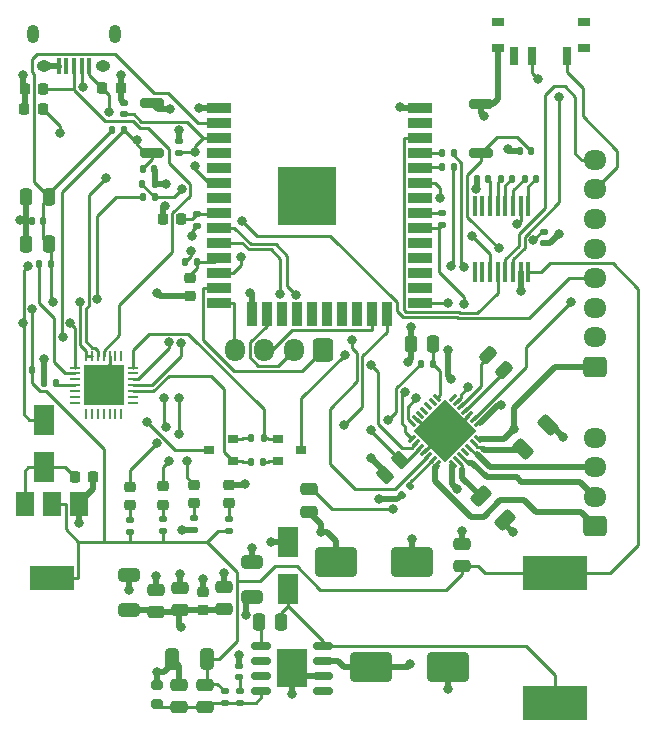
<source format=gbr>
%TF.GenerationSoftware,KiCad,Pcbnew,(6.0.7)*%
%TF.CreationDate,2022-10-26T22:39:22-05:00*%
%TF.ProjectId,SmartSpin2k,536d6172-7453-4706-996e-326b2e6b6963,2.35*%
%TF.SameCoordinates,Original*%
%TF.FileFunction,Copper,L1,Top*%
%TF.FilePolarity,Positive*%
%FSLAX46Y46*%
G04 Gerber Fmt 4.6, Leading zero omitted, Abs format (unit mm)*
G04 Created by KiCad (PCBNEW (6.0.7)) date 2022-10-26 22:39:22*
%MOMM*%
%LPD*%
G01*
G04 APERTURE LIST*
G04 Aperture macros list*
%AMRoundRect*
0 Rectangle with rounded corners*
0 $1 Rounding radius*
0 $2 $3 $4 $5 $6 $7 $8 $9 X,Y pos of 4 corners*
0 Add a 4 corners polygon primitive as box body*
4,1,4,$2,$3,$4,$5,$6,$7,$8,$9,$2,$3,0*
0 Add four circle primitives for the rounded corners*
1,1,$1+$1,$2,$3*
1,1,$1+$1,$4,$5*
1,1,$1+$1,$6,$7*
1,1,$1+$1,$8,$9*
0 Add four rect primitives between the rounded corners*
20,1,$1+$1,$2,$3,$4,$5,0*
20,1,$1+$1,$4,$5,$6,$7,0*
20,1,$1+$1,$6,$7,$8,$9,0*
20,1,$1+$1,$8,$9,$2,$3,0*%
%AMRotRect*
0 Rectangle, with rotation*
0 The origin of the aperture is its center*
0 $1 length*
0 $2 width*
0 $3 Rotation angle, in degrees counterclockwise*
0 Add horizontal line*
21,1,$1,$2,0,0,$3*%
G04 Aperture macros list end*
%TA.AperFunction,SMDPad,CuDef*%
%ADD10R,1.000000X0.800000*%
%TD*%
%TA.AperFunction,SMDPad,CuDef*%
%ADD11R,0.700000X1.500000*%
%TD*%
%TA.AperFunction,SMDPad,CuDef*%
%ADD12R,0.355600X1.676400*%
%TD*%
%TA.AperFunction,SMDPad,CuDef*%
%ADD13RoundRect,0.250000X-0.512652X-0.159099X-0.159099X-0.512652X0.512652X0.159099X0.159099X0.512652X0*%
%TD*%
%TA.AperFunction,SMDPad,CuDef*%
%ADD14RoundRect,0.135000X0.185000X-0.135000X0.185000X0.135000X-0.185000X0.135000X-0.185000X-0.135000X0*%
%TD*%
%TA.AperFunction,SMDPad,CuDef*%
%ADD15RoundRect,0.250000X-1.500000X-1.000000X1.500000X-1.000000X1.500000X1.000000X-1.500000X1.000000X0*%
%TD*%
%TA.AperFunction,SMDPad,CuDef*%
%ADD16RoundRect,0.218750X-0.256250X0.218750X-0.256250X-0.218750X0.256250X-0.218750X0.256250X0.218750X0*%
%TD*%
%TA.AperFunction,SMDPad,CuDef*%
%ADD17RoundRect,0.225000X0.225000X0.250000X-0.225000X0.250000X-0.225000X-0.250000X0.225000X-0.250000X0*%
%TD*%
%TA.AperFunction,SMDPad,CuDef*%
%ADD18R,1.500000X2.000000*%
%TD*%
%TA.AperFunction,SMDPad,CuDef*%
%ADD19R,3.800000X2.000000*%
%TD*%
%TA.AperFunction,SMDPad,CuDef*%
%ADD20RoundRect,0.250000X0.475000X-0.250000X0.475000X0.250000X-0.475000X0.250000X-0.475000X-0.250000X0*%
%TD*%
%TA.AperFunction,SMDPad,CuDef*%
%ADD21RoundRect,0.150000X-0.662500X-0.150000X0.662500X-0.150000X0.662500X0.150000X-0.662500X0.150000X0*%
%TD*%
%TA.AperFunction,SMDPad,CuDef*%
%ADD22R,2.514000X3.200000*%
%TD*%
%TA.AperFunction,SMDPad,CuDef*%
%ADD23RoundRect,0.200000X-0.800000X0.200000X-0.800000X-0.200000X0.800000X-0.200000X0.800000X0.200000X0*%
%TD*%
%TA.AperFunction,SMDPad,CuDef*%
%ADD24RoundRect,0.218750X0.218750X0.256250X-0.218750X0.256250X-0.218750X-0.256250X0.218750X-0.256250X0*%
%TD*%
%TA.AperFunction,SMDPad,CuDef*%
%ADD25RoundRect,0.140000X0.170000X-0.140000X0.170000X0.140000X-0.170000X0.140000X-0.170000X-0.140000X0*%
%TD*%
%TA.AperFunction,SMDPad,CuDef*%
%ADD26RoundRect,0.218750X-0.218750X-0.256250X0.218750X-0.256250X0.218750X0.256250X-0.218750X0.256250X0*%
%TD*%
%TA.AperFunction,SMDPad,CuDef*%
%ADD27R,0.900000X0.800000*%
%TD*%
%TA.AperFunction,SMDPad,CuDef*%
%ADD28RoundRect,0.250000X0.650000X-0.325000X0.650000X0.325000X-0.650000X0.325000X-0.650000X-0.325000X0*%
%TD*%
%TA.AperFunction,SMDPad,CuDef*%
%ADD29RoundRect,0.135000X-0.135000X-0.185000X0.135000X-0.185000X0.135000X0.185000X-0.135000X0.185000X0*%
%TD*%
%TA.AperFunction,SMDPad,CuDef*%
%ADD30RoundRect,0.140000X-0.140000X-0.170000X0.140000X-0.170000X0.140000X0.170000X-0.140000X0.170000X0*%
%TD*%
%TA.AperFunction,SMDPad,CuDef*%
%ADD31RoundRect,0.250000X-0.132583X0.503814X-0.503814X0.132583X0.132583X-0.503814X0.503814X-0.132583X0*%
%TD*%
%TA.AperFunction,SMDPad,CuDef*%
%ADD32RoundRect,0.062500X0.185616X0.274004X-0.274004X-0.185616X-0.185616X-0.274004X0.274004X0.185616X0*%
%TD*%
%TA.AperFunction,SMDPad,CuDef*%
%ADD33RoundRect,0.062500X-0.185616X0.274004X-0.274004X0.185616X0.185616X-0.274004X0.274004X-0.185616X0*%
%TD*%
%TA.AperFunction,SMDPad,CuDef*%
%ADD34RotRect,3.750000X3.750000X225.000000*%
%TD*%
%TA.AperFunction,SMDPad,CuDef*%
%ADD35RoundRect,0.250000X-0.250000X-0.475000X0.250000X-0.475000X0.250000X0.475000X-0.250000X0.475000X0*%
%TD*%
%TA.AperFunction,SMDPad,CuDef*%
%ADD36RoundRect,0.140000X-0.170000X0.140000X-0.170000X-0.140000X0.170000X-0.140000X0.170000X0.140000X0*%
%TD*%
%TA.AperFunction,SMDPad,CuDef*%
%ADD37RoundRect,0.218750X0.256250X-0.218750X0.256250X0.218750X-0.256250X0.218750X-0.256250X-0.218750X0*%
%TD*%
%TA.AperFunction,SMDPad,CuDef*%
%ADD38RoundRect,0.135000X0.035355X-0.226274X0.226274X-0.035355X-0.035355X0.226274X-0.226274X0.035355X0*%
%TD*%
%TA.AperFunction,SMDPad,CuDef*%
%ADD39R,0.400000X1.350000*%
%TD*%
%TA.AperFunction,ComponentPad*%
%ADD40O,1.250000X0.950000*%
%TD*%
%TA.AperFunction,ComponentPad*%
%ADD41O,1.000000X1.550000*%
%TD*%
%TA.AperFunction,SMDPad,CuDef*%
%ADD42RoundRect,0.200000X0.275000X-0.200000X0.275000X0.200000X-0.275000X0.200000X-0.275000X-0.200000X0*%
%TD*%
%TA.AperFunction,SMDPad,CuDef*%
%ADD43RoundRect,0.250000X0.250000X0.475000X-0.250000X0.475000X-0.250000X-0.475000X0.250000X-0.475000X0*%
%TD*%
%TA.AperFunction,SMDPad,CuDef*%
%ADD44RoundRect,0.135000X0.135000X0.185000X-0.135000X0.185000X-0.135000X-0.185000X0.135000X-0.185000X0*%
%TD*%
%TA.AperFunction,SMDPad,CuDef*%
%ADD45RoundRect,0.135000X-0.185000X0.135000X-0.185000X-0.135000X0.185000X-0.135000X0.185000X0.135000X0*%
%TD*%
%TA.AperFunction,SMDPad,CuDef*%
%ADD46R,5.000000X5.000000*%
%TD*%
%TA.AperFunction,SMDPad,CuDef*%
%ADD47R,2.000000X0.900000*%
%TD*%
%TA.AperFunction,SMDPad,CuDef*%
%ADD48R,0.900000X2.000000*%
%TD*%
%TA.AperFunction,SMDPad,CuDef*%
%ADD49RoundRect,0.140000X0.140000X0.170000X-0.140000X0.170000X-0.140000X-0.170000X0.140000X-0.170000X0*%
%TD*%
%TA.AperFunction,SMDPad,CuDef*%
%ADD50R,1.800000X2.500000*%
%TD*%
%TA.AperFunction,SMDPad,CuDef*%
%ADD51RoundRect,0.225000X0.250000X-0.225000X0.250000X0.225000X-0.250000X0.225000X-0.250000X-0.225000X0*%
%TD*%
%TA.AperFunction,SMDPad,CuDef*%
%ADD52RoundRect,0.250000X0.325000X0.650000X-0.325000X0.650000X-0.325000X-0.650000X0.325000X-0.650000X0*%
%TD*%
%TA.AperFunction,SMDPad,CuDef*%
%ADD53RoundRect,0.250000X0.662913X0.220971X0.220971X0.662913X-0.662913X-0.220971X-0.220971X-0.662913X0*%
%TD*%
%TA.AperFunction,SMDPad,CuDef*%
%ADD54RoundRect,0.225000X-0.250000X0.225000X-0.250000X-0.225000X0.250000X-0.225000X0.250000X0.225000X0*%
%TD*%
%TA.AperFunction,SMDPad,CuDef*%
%ADD55RoundRect,0.062500X-0.062500X0.337500X-0.062500X-0.337500X0.062500X-0.337500X0.062500X0.337500X0*%
%TD*%
%TA.AperFunction,SMDPad,CuDef*%
%ADD56RoundRect,0.062500X-0.337500X0.062500X-0.337500X-0.062500X0.337500X-0.062500X0.337500X0.062500X0*%
%TD*%
%TA.AperFunction,SMDPad,CuDef*%
%ADD57R,3.350000X3.350000*%
%TD*%
%TA.AperFunction,SMDPad,CuDef*%
%ADD58RoundRect,0.200000X0.800000X-0.200000X0.800000X0.200000X-0.800000X0.200000X-0.800000X-0.200000X0*%
%TD*%
%TA.AperFunction,SMDPad,CuDef*%
%ADD59R,5.400000X2.900000*%
%TD*%
%TA.AperFunction,SMDPad,CuDef*%
%ADD60RoundRect,0.250000X-0.220971X0.662913X-0.662913X0.220971X0.220971X-0.662913X0.662913X-0.220971X0*%
%TD*%
%TA.AperFunction,ComponentPad*%
%ADD61RoundRect,0.250000X0.725000X-0.600000X0.725000X0.600000X-0.725000X0.600000X-0.725000X-0.600000X0*%
%TD*%
%TA.AperFunction,ComponentPad*%
%ADD62O,1.950000X1.700000*%
%TD*%
%TA.AperFunction,ComponentPad*%
%ADD63RoundRect,0.250000X0.600000X0.725000X-0.600000X0.725000X-0.600000X-0.725000X0.600000X-0.725000X0*%
%TD*%
%TA.AperFunction,ComponentPad*%
%ADD64O,1.700000X1.950000*%
%TD*%
%TA.AperFunction,ViaPad*%
%ADD65C,0.800000*%
%TD*%
%TA.AperFunction,Conductor*%
%ADD66C,0.500000*%
%TD*%
%TA.AperFunction,Conductor*%
%ADD67C,0.250000*%
%TD*%
%TA.AperFunction,Conductor*%
%ADD68C,0.250200*%
%TD*%
%TA.AperFunction,Conductor*%
%ADD69C,0.399800*%
%TD*%
G04 APERTURE END LIST*
D10*
%TO.P,S1,*%
%TO.N,*%
X43559000Y57291000D03*
X50859000Y59501000D03*
X43559000Y59501000D03*
X50859000Y57291000D03*
D11*
%TO.P,S1,1*%
%TO.N,/RS232OUT1*%
X49459000Y56641000D03*
%TO.P,S1,2*%
%TO.N,Net-(S1-Pad2)*%
X46459000Y56641000D03*
%TO.P,S1,3*%
%TO.N,unconnected-(S1-Pad3)*%
X44959000Y56641000D03*
%TD*%
D12*
%TO.P,U3,1,C1+*%
%TO.N,Net-(C17-Pad2)*%
X46172499Y43963700D03*
%TO.P,U3,2,VS+*%
%TO.N,Net-(C21-Pad1)*%
X45522501Y43963700D03*
%TO.P,U3,3,C1-*%
%TO.N,Net-(C17-Pad1)*%
X44872499Y43963700D03*
%TO.P,U3,4,C2+*%
%TO.N,Net-(C20-Pad2)*%
X44222501Y43963700D03*
%TO.P,U3,5,C2-*%
%TO.N,Net-(C20-Pad1)*%
X43572502Y43963700D03*
%TO.P,U3,6,VS-*%
%TO.N,Net-(C22-Pad1)*%
X42922501Y43963700D03*
%TO.P,U3,7,T2OUT*%
%TO.N,unconnected-(U3-Pad7)*%
X42272502Y43963700D03*
%TO.P,U3,8,R2IN*%
%TO.N,unconnected-(U3-Pad8)*%
X41622501Y43963700D03*
%TO.P,U3,9,R2OUT*%
%TO.N,unconnected-(U3-Pad9)*%
X41622501Y38324900D03*
%TO.P,U3,10,T2IN*%
%TO.N,unconnected-(U3-Pad10)*%
X42272499Y38324900D03*
%TO.P,U3,11,T1IN*%
%TO.N,/T1IN*%
X42922501Y38324900D03*
%TO.P,U3,12,R1OUT*%
%TO.N,/R1OUT*%
X43572499Y38324900D03*
%TO.P,U3,13,R1IN*%
%TO.N,/RS232IN1*%
X44222498Y38324900D03*
%TO.P,U3,14,T1OUT*%
%TO.N,Net-(S1-Pad2)*%
X44872499Y38324900D03*
%TO.P,U3,15,GND*%
%TO.N,GND*%
X45522498Y38324900D03*
%TO.P,U3,16,VCC*%
%TO.N,/3V3*%
X46172499Y38324900D03*
%TD*%
D13*
%TO.P,C6,1*%
%TO.N,Net-(C6-Pad1)*%
X42778049Y31379351D03*
%TO.P,C6,2*%
%TO.N,Net-(C6-Pad2)*%
X44121551Y30035849D03*
%TD*%
D14*
%TO.P,R6,1*%
%TO.N,/TMCUART1*%
X38820000Y42310000D03*
%TO.P,R6,2*%
%TO.N,/TMCUART2*%
X38820000Y43330000D03*
%TD*%
D15*
%TO.P,C7,1*%
%TO.N,/VDC*%
X29842500Y13840000D03*
%TO.P,C7,2*%
%TO.N,GND*%
X36342500Y13840000D03*
%TD*%
D16*
%TO.P,D3,1,K*%
%TO.N,/ShiftUp*%
X12411000Y20192100D03*
%TO.P,D3,2,A*%
%TO.N,Net-(D3-Pad2)*%
X12411000Y18617100D03*
%TD*%
D14*
%TO.P,R19,1*%
%TO.N,Net-(C26-Pad1)*%
X21725000Y1911300D03*
%TO.P,R19,2*%
%TO.N,Net-(C29-Pad1)*%
X21725000Y2931300D03*
%TD*%
D17*
%TO.P,C32,1*%
%TO.N,GND*%
X9325000Y21020000D03*
%TO.P,C32,2*%
%TO.N,/REG_5V*%
X7775000Y21020000D03*
%TD*%
D18*
%TO.P,U6,1,GND*%
%TO.N,GND*%
X8130000Y18760000D03*
D19*
%TO.P,U6,2,VO*%
%TO.N,/3V3*%
X5830000Y12460000D03*
D18*
X5830000Y18760000D03*
%TO.P,U6,3,VI*%
%TO.N,/REG_5V*%
X3530000Y18760000D03*
%TD*%
D20*
%TO.P,C1,1*%
%TO.N,/VDC*%
X20430000Y9810000D03*
%TO.P,C1,2*%
%TO.N,GND*%
X20430000Y11710000D03*
%TD*%
D21*
%TO.P,U4,1,BOOT*%
%TO.N,Net-(C28-Pad1)*%
X23499500Y6726900D03*
%TO.P,U4,2,NC*%
%TO.N,unconnected-(U4-Pad2)*%
X23499500Y5456900D03*
%TO.P,U4,3,NC*%
%TO.N,unconnected-(U4-Pad3)*%
X23499500Y4186900D03*
%TO.P,U4,4,VSENSE*%
%TO.N,Net-(C26-Pad1)*%
X23499500Y2916900D03*
%TO.P,U4,5,EN*%
%TO.N,unconnected-(U4-Pad5)*%
X28774500Y2916900D03*
%TO.P,U4,6,GND*%
%TO.N,GND*%
X28774500Y4186900D03*
%TO.P,U4,7,VIN*%
%TO.N,/VDC*%
X28774500Y5456900D03*
%TO.P,U4,8,PH*%
%TO.N,Net-(C28-Pad2)*%
X28774500Y6726900D03*
D22*
%TO.P,U4,9,GNDPAD*%
%TO.N,GND*%
X26137000Y4821900D03*
%TD*%
D23*
%TO.P,SW2,1,1*%
%TO.N,GND*%
X14266000Y52667800D03*
%TO.P,SW2,2,2*%
%TO.N,/EN*%
X14266000Y48467800D03*
%TD*%
D24*
%TO.P,D5,1,A1*%
%TO.N,/D-*%
X5070500Y52170600D03*
%TO.P,D5,2,A2*%
%TO.N,GND*%
X3495500Y52170600D03*
%TD*%
D25*
%TO.P,C2,1*%
%TO.N,/EN*%
X16576600Y48464800D03*
%TO.P,C2,2*%
%TO.N,GND*%
X16576600Y49424800D03*
%TD*%
D26*
%TO.P,D4,1,A1*%
%TO.N,/VBUS*%
X10074100Y53948600D03*
%TO.P,D4,2,A2*%
%TO.N,GND*%
X11649100Y53948600D03*
%TD*%
D27*
%TO.P,Q2,1,E*%
%TO.N,/RTS*%
X21149200Y22365800D03*
%TO.P,Q2,2,B*%
%TO.N,Net-(Q2-Pad2)*%
X21149200Y24265800D03*
%TO.P,Q2,3,C*%
%TO.N,/EN*%
X19149200Y23315800D03*
%TD*%
D28*
%TO.P,C18,1*%
%TO.N,/VDC*%
X22750000Y10885000D03*
%TO.P,C18,2*%
%TO.N,GND*%
X22750000Y13835000D03*
%TD*%
%TO.P,C3,1*%
%TO.N,/VDC*%
X12330000Y9745000D03*
%TO.P,C3,2*%
%TO.N,GND*%
X12330000Y12695000D03*
%TD*%
D29*
%TO.P,R3,1*%
%TO.N,/3V3*%
X10890000Y50420000D03*
%TO.P,R3,2*%
%TO.N,/EN*%
X11910000Y50420000D03*
%TD*%
D30*
%TO.P,C20,1*%
%TO.N,Net-(C20-Pad1)*%
X43820000Y46268300D03*
%TO.P,C20,2*%
%TO.N,Net-(C20-Pad2)*%
X44780000Y46268300D03*
%TD*%
D29*
%TO.P,R4,1*%
%TO.N,Net-(R4-Pad1)*%
X38830000Y48470000D03*
%TO.P,R4,2*%
%TO.N,/TXD0*%
X39850000Y48470000D03*
%TD*%
D31*
%TO.P,R17,1*%
%TO.N,Net-(R17-Pad1)*%
X35306635Y22462835D03*
%TO.P,R17,2*%
%TO.N,GND*%
X34016165Y21172365D03*
%TD*%
D32*
%TO.P,U2,1,OB2*%
%TO.N,/B2*%
X41882911Y25571590D03*
%TO.P,U2,2,ENN*%
%TO.N,/DriverEN*%
X41529357Y25925144D03*
%TO.P,U2,3,GND*%
%TO.N,GND*%
X41175804Y26278697D03*
%TO.P,U2,4,CPO*%
%TO.N,Net-(C6-Pad2)*%
X40822250Y26632250D03*
%TO.P,U2,5,CPI*%
%TO.N,Net-(C6-Pad1)*%
X40468697Y26985804D03*
%TO.P,U2,6,VCP*%
%TO.N,Net-(C14-Pad2)*%
X40115144Y27339357D03*
%TO.P,U2,7,SPREAD*%
%TO.N,unconnected-(U2-Pad7)*%
X39761590Y27692911D03*
D33*
%TO.P,U2,8,5VOUT*%
%TO.N,/5V*%
X38400410Y27692911D03*
%TO.P,U2,9,MS1_AD0*%
%TO.N,unconnected-(U2-Pad9)*%
X38046856Y27339357D03*
%TO.P,U2,10,MS2_AD1*%
%TO.N,unconnected-(U2-Pad10)*%
X37693303Y26985804D03*
%TO.P,U2,11,DIAG*%
%TO.N,unconnected-(U2-Pad11)*%
X37339750Y26632250D03*
%TO.P,U2,12,INDEX*%
%TO.N,unconnected-(U2-Pad12)*%
X36986196Y26278697D03*
%TO.P,U2,13,CLK*%
%TO.N,GND*%
X36632643Y25925144D03*
%TO.P,U2,14,PDN_UART*%
%TO.N,/TMCUART1*%
X36279089Y25571590D03*
D32*
%TO.P,U2,15,VCC_IO*%
%TO.N,/3V3*%
X36279089Y24210410D03*
%TO.P,U2,16,STEP*%
%TO.N,/DriverSTEP*%
X36632643Y23856856D03*
%TO.P,U2,17,VREF*%
%TO.N,Net-(R17-Pad1)*%
X36986196Y23503303D03*
%TO.P,U2,18,GND*%
%TO.N,GND*%
X37339750Y23149750D03*
%TO.P,U2,19,DIR*%
%TO.N,/DriverDIR*%
X37693303Y22796196D03*
%TO.P,U2,20,STDBY*%
%TO.N,Net-(R14-Pad2)*%
X38046856Y22442643D03*
%TO.P,U2,21,OA2*%
%TO.N,/A2*%
X38400410Y22089089D03*
D33*
%TO.P,U2,22,VS*%
%TO.N,/VDC*%
X39761590Y22089089D03*
%TO.P,U2,23,BRA*%
%TO.N,/BRA*%
X40115144Y22442643D03*
%TO.P,U2,24,OA1*%
%TO.N,/A1*%
X40468697Y22796196D03*
%TO.P,U2,25,NC*%
%TO.N,unconnected-(U2-Pad25)*%
X40822250Y23149750D03*
%TO.P,U2,26,OB1*%
%TO.N,/B1*%
X41175804Y23503303D03*
%TO.P,U2,27,BRB*%
%TO.N,/BRB*%
X41529357Y23856856D03*
%TO.P,U2,28,VS*%
%TO.N,/VDC*%
X41882911Y24210410D03*
D34*
%TO.P,U2,29,EPAD*%
%TO.N,GND*%
X39081000Y24891000D03*
%TD*%
D35*
%TO.P,C28,1*%
%TO.N,Net-(C28-Pad1)*%
X23350000Y8710000D03*
%TO.P,C28,2*%
%TO.N,Net-(C28-Pad2)*%
X25250000Y8710000D03*
%TD*%
D15*
%TO.P,C19,1*%
%TO.N,/VDC*%
X32877500Y4945000D03*
%TO.P,C19,2*%
%TO.N,GND*%
X39377500Y4945000D03*
%TD*%
D24*
%TO.P,D6,1,A1*%
%TO.N,/D+*%
X5095900Y53897800D03*
%TO.P,D6,2,A2*%
%TO.N,GND*%
X3520900Y53897800D03*
%TD*%
D20*
%TO.P,C14,1*%
%TO.N,/VDC*%
X27549400Y18073600D03*
%TO.P,C14,2*%
%TO.N,Net-(C14-Pad2)*%
X27549400Y19973600D03*
%TD*%
D30*
%TO.P,C17,1*%
%TO.N,Net-(C17-Pad1)*%
X45840000Y46268300D03*
%TO.P,C17,2*%
%TO.N,Net-(C17-Pad2)*%
X46800000Y46268300D03*
%TD*%
D29*
%TO.P,R1,1*%
%TO.N,/3V3*%
X13500000Y44706000D03*
%TO.P,R1,2*%
%TO.N,Net-(R1-Pad2)*%
X14520000Y44706000D03*
%TD*%
D20*
%TO.P,C12,1*%
%TO.N,/3V3*%
X40503400Y13476200D03*
%TO.P,C12,2*%
%TO.N,GND*%
X40503400Y15376200D03*
%TD*%
D30*
%TO.P,C23,1*%
%TO.N,/3V3*%
X4150000Y30030000D03*
%TO.P,C23,2*%
%TO.N,GND*%
X5110000Y30030000D03*
%TD*%
D36*
%TO.P,C21,1*%
%TO.N,Net-(C21-Pad1)*%
X47507500Y41794300D03*
%TO.P,C21,2*%
%TO.N,GND*%
X47507500Y40834300D03*
%TD*%
D37*
%TO.P,D1,1,K*%
%TO.N,Net-(D1-Pad1)*%
X17872000Y18769500D03*
%TO.P,D1,2,A*%
%TO.N,Net-(D1-Pad2)*%
X17872000Y20344500D03*
%TD*%
D38*
%TO.P,R14,1*%
%TO.N,GND*%
X35443776Y19526576D03*
%TO.P,R14,2*%
%TO.N,Net-(R14-Pad2)*%
X36165024Y20247824D03*
%TD*%
D39*
%TO.P,J4,1*%
%TO.N,/VBUS*%
X8986600Y55790000D03*
%TO.P,J4,2*%
%TO.N,/D-*%
X8336600Y55790000D03*
%TO.P,J4,3*%
%TO.N,/D+*%
X7686600Y55790000D03*
%TO.P,J4,4*%
%TO.N,unconnected-(J4-Pad4)*%
X7036600Y55790000D03*
%TO.P,J4,5*%
%TO.N,GND*%
X6386600Y55790000D03*
D40*
%TO.P,J4,SH*%
X10186600Y55790000D03*
X5186600Y55790000D03*
D41*
X11186600Y58490000D03*
X4186600Y58490000D03*
%TD*%
D14*
%TO.P,R9,1*%
%TO.N,GND*%
X17872000Y16507000D03*
%TO.P,R9,2*%
%TO.N,Net-(D1-Pad1)*%
X17872000Y17527000D03*
%TD*%
D29*
%TO.P,R23,1*%
%TO.N,GND*%
X5130000Y28940000D03*
%TO.P,R23,2*%
%TO.N,Net-(R23-Pad2)*%
X6150000Y28940000D03*
%TD*%
D42*
%TO.P,R20,1*%
%TO.N,Net-(C26-Pad1)*%
X14710000Y1785000D03*
%TO.P,R20,2*%
%TO.N,GND*%
X14710000Y3435000D03*
%TD*%
D43*
%TO.P,C8,1*%
%TO.N,/5V*%
X38100600Y32257000D03*
%TO.P,C8,2*%
%TO.N,GND*%
X36200600Y32257000D03*
%TD*%
D20*
%TO.P,C5,1*%
%TO.N,/VDC*%
X16696200Y9733800D03*
%TO.P,C5,2*%
%TO.N,GND*%
X16696200Y11633800D03*
%TD*%
D14*
%TO.P,R22,1*%
%TO.N,Net-(C26-Pad1)*%
X20440000Y1870000D03*
%TO.P,R22,2*%
%TO.N,/3V3*%
X20440000Y2890000D03*
%TD*%
D44*
%TO.P,R21,1*%
%TO.N,/3V3*%
X5730000Y39060000D03*
%TO.P,R21,2*%
%TO.N,Net-(R21-Pad2)*%
X4710000Y39060000D03*
%TD*%
D45*
%TO.P,R12,1*%
%TO.N,Net-(D2-Pad2)*%
X15205000Y17425400D03*
%TO.P,R12,2*%
%TO.N,/3V3*%
X15205000Y16405400D03*
%TD*%
D25*
%TO.P,C15,1*%
%TO.N,/EN*%
X11918700Y51720400D03*
%TO.P,C15,2*%
%TO.N,GND*%
X11918700Y52680400D03*
%TD*%
%TO.P,C29,1*%
%TO.N,Net-(C29-Pad1)*%
X21670000Y4090000D03*
%TO.P,C29,2*%
%TO.N,GND*%
X21670000Y5050000D03*
%TD*%
D46*
%TO.P,U1,39,GND*%
%TO.N,GND*%
X27448000Y44784000D03*
D47*
%TO.P,U1,38,GND*%
X36948000Y52284000D03*
%TO.P,U1,37,IO23*%
%TO.N,unconnected-(U1-Pad37)*%
X36948000Y51014000D03*
%TO.P,U1,36,IO22*%
%TO.N,/R1OUT*%
X36948000Y49744000D03*
%TO.P,U1,35,TXD0*%
%TO.N,Net-(R4-Pad1)*%
X36948000Y48474000D03*
%TO.P,U1,34,RXD0*%
%TO.N,Net-(R5-Pad1)*%
X36948000Y47204000D03*
%TO.P,U1,33,IO21*%
%TO.N,/T1IN*%
X36948000Y45934000D03*
%TO.P,U1,32,NC*%
%TO.N,unconnected-(U1-Pad32)*%
X36948000Y44664000D03*
%TO.P,U1,31,IO19*%
%TO.N,/TMCUART2*%
X36948000Y43394000D03*
%TO.P,U1,30,IO18*%
%TO.N,/TMCUART1*%
X36948000Y42124000D03*
%TO.P,U1,29,IO5*%
%TO.N,unconnected-(U1-Pad29)*%
X36948000Y40854000D03*
%TO.P,U1,28,IO17*%
%TO.N,unconnected-(U1-Pad28)*%
X36948000Y39584000D03*
%TO.P,U1,27,IO16*%
%TO.N,unconnected-(U1-Pad27)*%
X36948000Y38314000D03*
%TO.P,U1,26,IO4*%
%TO.N,unconnected-(U1-Pad26)*%
X36948000Y37044000D03*
%TO.P,U1,25,IO0*%
%TO.N,/IO0_BOOT*%
X36948000Y35774000D03*
D48*
%TO.P,U1,24,IO2*%
%TO.N,Net-(D1-Pad2)*%
X34163000Y34774000D03*
%TO.P,U1,23,IO15*%
%TO.N,Net-(J2-Pad3)*%
X32893000Y34774000D03*
%TO.P,U1,22,SDI/SD1*%
%TO.N,unconnected-(U1-Pad22)*%
X31623000Y34774000D03*
%TO.P,U1,21,SDO/SD0*%
%TO.N,unconnected-(U1-Pad21)*%
X30353000Y34774000D03*
%TO.P,U1,20,SCK/CLK*%
%TO.N,unconnected-(U1-Pad20)*%
X29083000Y34774000D03*
%TO.P,U1,19,SCS/CMD*%
%TO.N,unconnected-(U1-Pad19)*%
X27813000Y34774000D03*
%TO.P,U1,18,SWP/SD3*%
%TO.N,unconnected-(U1-Pad18)*%
X26543000Y34774000D03*
%TO.P,U1,17,SHD/SD2*%
%TO.N,unconnected-(U1-Pad17)*%
X25273000Y34774000D03*
%TO.P,U1,16,IO13*%
%TO.N,Net-(J2-Pad2)*%
X24003000Y34774000D03*
%TO.P,U1,15,GND*%
%TO.N,GND*%
X22733000Y34774000D03*
D47*
%TO.P,U1,14,IO12*%
%TO.N,Net-(J2-Pad4)*%
X19948000Y35774000D03*
%TO.P,U1,13,IO14*%
%TO.N,Net-(J2-Pad1)*%
X19948000Y37044000D03*
%TO.P,U1,12,IO27*%
%TO.N,/DriverEN*%
X19948000Y38314000D03*
%TO.P,U1,11,IO26*%
%TO.N,Net-(C10-Pad1)*%
X19948000Y39584000D03*
%TO.P,U1,10,IO25*%
%TO.N,/DriverSTEP*%
X19948000Y40854000D03*
%TO.P,U1,9,IO33*%
%TO.N,/DriverDIR*%
X19948000Y42124000D03*
%TO.P,U1,8,IO32*%
%TO.N,Net-(C11-Pad1)*%
X19948000Y43394000D03*
%TO.P,U1,7,IO35*%
%TO.N,unconnected-(U1-Pad7)*%
X19948000Y44664000D03*
%TO.P,U1,6,IO34*%
%TO.N,Net-(R1-Pad2)*%
X19948000Y45934000D03*
%TO.P,U1,5,SENSOR_VN*%
%TO.N,unconnected-(U1-Pad5)*%
X19948000Y47204000D03*
%TO.P,U1,4,SENSOR_VP*%
%TO.N,unconnected-(U1-Pad4)*%
X19948000Y48474000D03*
%TO.P,U1,3,EN*%
%TO.N,/EN*%
X19948000Y49744000D03*
%TO.P,U1,2,3V3*%
%TO.N,/3V3*%
X19948000Y51014000D03*
%TO.P,U1,1,GND*%
%TO.N,GND*%
X19948000Y52284000D03*
%TD*%
D14*
%TO.P,R13,1*%
%TO.N,/3V3*%
X12411000Y16380000D03*
%TO.P,R13,2*%
%TO.N,Net-(D3-Pad2)*%
X12411000Y17400000D03*
%TD*%
D49*
%TO.P,C27,1*%
%TO.N,/3V3*%
X5080000Y42710000D03*
%TO.P,C27,2*%
%TO.N,GND*%
X4120000Y42710000D03*
%TD*%
D50*
%TO.P,D7,1,K*%
%TO.N,/REG_5V*%
X5146600Y21824200D03*
%TO.P,D7,2,A*%
%TO.N,/VBUS*%
X5146600Y25824200D03*
%TD*%
D16*
%TO.P,D2,1,K*%
%TO.N,/ShiftDown*%
X15205000Y20217500D03*
%TO.P,D2,2,A*%
%TO.N,Net-(D2-Pad2)*%
X15205000Y18642500D03*
%TD*%
D50*
%TO.P,D8,1,K*%
%TO.N,Net-(C28-Pad2)*%
X25830000Y11540000D03*
%TO.P,D8,2,A*%
%TO.N,GND*%
X25830000Y15540000D03*
%TD*%
D49*
%TO.P,C22,1*%
%TO.N,Net-(C22-Pad1)*%
X42761000Y46204300D03*
%TO.P,C22,2*%
%TO.N,GND*%
X41801000Y46204300D03*
%TD*%
D29*
%TO.P,R5,1*%
%TO.N,Net-(R5-Pad1)*%
X38830000Y47270000D03*
%TO.P,R5,2*%
%TO.N,/RXD0*%
X39850000Y47270000D03*
%TD*%
D27*
%TO.P,Q1,1,E*%
%TO.N,/DTR*%
X24949200Y24240800D03*
%TO.P,Q1,2,B*%
%TO.N,Net-(Q1-Pad2)*%
X24949200Y22340800D03*
%TO.P,Q1,3,C*%
%TO.N,/IO0_BOOT*%
X26949200Y23290800D03*
%TD*%
D51*
%TO.P,C9,1*%
%TO.N,/VDC*%
X18601200Y9731000D03*
%TO.P,C9,2*%
%TO.N,GND*%
X18601200Y11281000D03*
%TD*%
D16*
%TO.P,D9,1,K*%
%TO.N,GND*%
X20793000Y20344500D03*
%TO.P,D9,2,A*%
%TO.N,Net-(D9-Pad2)*%
X20793000Y18769500D03*
%TD*%
D17*
%TO.P,C11,1*%
%TO.N,Net-(C11-Pad1)*%
X16792800Y42848800D03*
%TO.P,C11,2*%
%TO.N,GND*%
X15242800Y42848800D03*
%TD*%
D20*
%TO.P,C4,1*%
%TO.N,/VDC*%
X14613400Y9581400D03*
%TO.P,C4,2*%
%TO.N,GND*%
X14613400Y11481400D03*
%TD*%
D44*
%TO.P,R18,1*%
%TO.N,/5V*%
X38060400Y30600000D03*
%TO.P,R18,2*%
%TO.N,Net-(R17-Pad1)*%
X37040400Y30600000D03*
%TD*%
D30*
%TO.P,C16,1*%
%TO.N,/EN*%
X13505800Y47065200D03*
%TO.P,C16,2*%
%TO.N,GND*%
X14465800Y47065200D03*
%TD*%
D44*
%TO.P,R11,1*%
%TO.N,Net-(C10-Pad1)*%
X18128000Y39216600D03*
%TO.P,R11,2*%
%TO.N,/ShiftDown*%
X17108000Y39216600D03*
%TD*%
D52*
%TO.P,C30,1*%
%TO.N,/3V3*%
X18935000Y5610000D03*
%TO.P,C30,2*%
%TO.N,GND*%
X15985000Y5610000D03*
%TD*%
D20*
%TO.P,C31,1*%
%TO.N,Net-(C26-Pad1)*%
X18760000Y1520000D03*
%TO.P,C31,2*%
%TO.N,/3V3*%
X18760000Y3420000D03*
%TD*%
D53*
%TO.P,R16,1*%
%TO.N,GND*%
X44179144Y17329056D03*
%TO.P,R16,2*%
%TO.N,/BRA*%
X42110856Y19397344D03*
%TD*%
D43*
%TO.P,C25,1*%
%TO.N,/3V3*%
X5550000Y44710000D03*
%TO.P,C25,2*%
%TO.N,GND*%
X3650000Y44710000D03*
%TD*%
D54*
%TO.P,C10,1*%
%TO.N,Net-(C10-Pad1)*%
X17491000Y37858000D03*
%TO.P,C10,2*%
%TO.N,GND*%
X17491000Y36308000D03*
%TD*%
D55*
%TO.P,U5,1,DCD*%
%TO.N,unconnected-(U5-Pad1)*%
X11701200Y31227200D03*
%TO.P,U5,2,RI*%
%TO.N,unconnected-(U5-Pad2)*%
X11201200Y31227200D03*
%TO.P,U5,3,GND*%
%TO.N,GND*%
X10701200Y31227200D03*
%TO.P,U5,4,D+*%
%TO.N,/D+*%
X10201200Y31227200D03*
%TO.P,U5,5,D-*%
%TO.N,/D-*%
X9701200Y31227200D03*
%TO.P,U5,6,VDD*%
%TO.N,/3V3*%
X9201200Y31227200D03*
%TO.P,U5,7,REGIN*%
X8701200Y31227200D03*
D56*
%TO.P,U5,8,VBUS*%
%TO.N,/VBUS*%
X7751200Y30277200D03*
%TO.P,U5,9,~{RST}*%
%TO.N,Net-(R21-Pad2)*%
X7751200Y29777200D03*
%TO.P,U5,10,NC*%
%TO.N,unconnected-(U5-Pad10)*%
X7751200Y29277200D03*
%TO.P,U5,11,~{SUSPEND}*%
%TO.N,Net-(R23-Pad2)*%
X7751200Y28777200D03*
%TO.P,U5,12,SUSPEND*%
%TO.N,unconnected-(U5-Pad12)*%
X7751200Y28277200D03*
%TO.P,U5,13,NC@1*%
%TO.N,unconnected-(U5-Pad13)*%
X7751200Y27777200D03*
%TO.P,U5,14,NC@2*%
%TO.N,unconnected-(U5-Pad14)*%
X7751200Y27277200D03*
D55*
%TO.P,U5,15,NC@3*%
%TO.N,unconnected-(U5-Pad15)*%
X8701200Y26327200D03*
%TO.P,U5,16,NC@4*%
%TO.N,unconnected-(U5-Pad16)*%
X9201200Y26327200D03*
%TO.P,U5,17,NC@5*%
%TO.N,unconnected-(U5-Pad17)*%
X9701200Y26327200D03*
%TO.P,U5,18,NC/VPP*%
%TO.N,unconnected-(U5-Pad18)*%
X10201200Y26327200D03*
%TO.P,U5,19,NC@6*%
%TO.N,unconnected-(U5-Pad19)*%
X10701200Y26327200D03*
%TO.P,U5,20,NC@7*%
%TO.N,unconnected-(U5-Pad20)*%
X11201200Y26327200D03*
%TO.P,U5,21,NC@8*%
%TO.N,unconnected-(U5-Pad21)*%
X11701200Y26327200D03*
D56*
%TO.P,U5,22,NC@9*%
%TO.N,unconnected-(U5-Pad22)*%
X12651200Y27277200D03*
%TO.P,U5,23,CTS*%
%TO.N,unconnected-(U5-Pad23)*%
X12651200Y27777200D03*
%TO.P,U5,24,RTS*%
%TO.N,/RTS*%
X12651200Y28277200D03*
%TO.P,U5,25,RXD*%
%TO.N,/TXD0*%
X12651200Y28777200D03*
%TO.P,U5,26,TXD*%
%TO.N,/RXD0*%
X12651200Y29277200D03*
%TO.P,U5,27,DSR*%
%TO.N,unconnected-(U5-Pad27)*%
X12651200Y29777200D03*
%TO.P,U5,28,DTR*%
%TO.N,/DTR*%
X12651200Y30277200D03*
D57*
%TO.P,U5,29,GND@1*%
%TO.N,GND*%
X10201200Y28777200D03*
%TD*%
D45*
%TO.P,R10,1*%
%TO.N,Net-(C11-Pad1)*%
X18100600Y43308000D03*
%TO.P,R10,2*%
%TO.N,/ShiftUp*%
X18100600Y42288000D03*
%TD*%
D20*
%TO.P,C26,1*%
%TO.N,Net-(C26-Pad1)*%
X16600000Y1540000D03*
%TO.P,C26,2*%
%TO.N,GND*%
X16600000Y3440000D03*
%TD*%
D44*
%TO.P,R2,1*%
%TO.N,GND*%
X14509600Y45847200D03*
%TO.P,R2,2*%
%TO.N,Net-(R1-Pad2)*%
X13489600Y45847200D03*
%TD*%
%TO.P,R8,1*%
%TO.N,/DTR*%
X23739200Y24340800D03*
%TO.P,R8,2*%
%TO.N,Net-(Q2-Pad2)*%
X22719200Y24340800D03*
%TD*%
%TO.P,R7,1*%
%TO.N,Net-(Q1-Pad2)*%
X23659200Y22275800D03*
%TO.P,R7,2*%
%TO.N,/RTS*%
X22639200Y22275800D03*
%TD*%
D45*
%TO.P,R24,1*%
%TO.N,Net-(D9-Pad2)*%
X20793000Y17417000D03*
%TO.P,R24,2*%
%TO.N,/3V3*%
X20793000Y16397000D03*
%TD*%
D58*
%TO.P,SW1,1,1*%
%TO.N,/IO0_BOOT*%
X42110000Y48420000D03*
%TO.P,SW1,2,2*%
%TO.N,GND*%
X42110000Y52620000D03*
%TD*%
D59*
%TO.P,L1,1,1*%
%TO.N,Net-(C28-Pad2)*%
X48399500Y1850000D03*
%TO.P,L1,2,2*%
%TO.N,/3V3*%
X48399500Y12850000D03*
%TD*%
D35*
%TO.P,C24,1*%
%TO.N,GND*%
X3650000Y40710000D03*
%TO.P,C24,2*%
%TO.N,/3V3*%
X5550000Y40710000D03*
%TD*%
D60*
%TO.P,R15,1*%
%TO.N,GND*%
X47811344Y25442544D03*
%TO.P,R15,2*%
%TO.N,/BRB*%
X45743056Y23374256D03*
%TD*%
D49*
%TO.P,C13,1*%
%TO.N,/IO0_BOOT*%
X46380000Y48630000D03*
%TO.P,C13,2*%
%TO.N,GND*%
X45420000Y48630000D03*
%TD*%
D61*
%TO.P,J1,1,1*%
%TO.N,/A2*%
X51798000Y16823000D03*
D62*
%TO.P,J1,2,2*%
%TO.N,/A1*%
X51798000Y19323000D03*
%TO.P,J1,3,3*%
%TO.N,/B1*%
X51798000Y21823000D03*
%TO.P,J1,4,4*%
%TO.N,/B2*%
X51798000Y24323000D03*
%TD*%
D61*
%TO.P,J3,1,1*%
%TO.N,/VDC*%
X51781000Y30352000D03*
D62*
%TO.P,J3,2,2*%
%TO.N,GND*%
X51781000Y32852000D03*
%TO.P,J3,3,3*%
%TO.N,/ShiftDown*%
X51781000Y35352000D03*
%TO.P,J3,4,4*%
%TO.N,/ShiftUp*%
X51781000Y37852000D03*
%TO.P,J3,5,5*%
%TO.N,GND*%
X51781000Y40352000D03*
%TO.P,J3,6,6*%
X51781000Y42852000D03*
%TO.P,J3,7,7*%
%TO.N,/RS232OUT1*%
X51781000Y45352000D03*
%TO.P,J3,8,8*%
%TO.N,/RS232IN1*%
X51781000Y47852000D03*
%TD*%
D63*
%TO.P,J2,1,1*%
%TO.N,Net-(J2-Pad1)*%
X28810000Y31765000D03*
D64*
%TO.P,J2,2,2*%
%TO.N,Net-(J2-Pad2)*%
X26310000Y31765000D03*
%TO.P,J2,3,3*%
%TO.N,Net-(J2-Pad3)*%
X23810000Y31765000D03*
%TO.P,J2,4,4*%
%TO.N,Net-(J2-Pad4)*%
X21310000Y31765000D03*
%TD*%
D65*
%TO.N,GND*%
X41748000Y45401402D03*
%TO.N,/IO0_BOOT*%
X43653000Y40385000D03*
%TO.N,GND*%
X42383000Y51561000D03*
X44415000Y48767000D03*
%TO.N,Net-(S1-Pad2)*%
X48733000Y53212000D03*
X46955000Y54736000D03*
%TO.N,GND*%
X22190000Y20446000D03*
%TO.N,Net-(D1-Pad2)*%
X17237000Y22351000D03*
X30572000Y25399000D03*
%TO.N,GND*%
X16856000Y16509000D03*
X27397000Y43433000D03*
X14697000Y36575000D03*
%TO.N,/ShiftDown*%
X17618000Y40131000D03*
%TO.N,/ShiftUp*%
X14692701Y23870701D03*
X15459000Y25272000D03*
%TO.N,/ShiftDown*%
X15713000Y22351000D03*
X16602000Y24637000D03*
%TO.N,GND*%
X28642000Y44703000D03*
X5110000Y31004500D03*
X26102000Y43433000D03*
X39038000Y26611000D03*
X36243200Y33721000D03*
X16576600Y50367200D03*
X36342500Y15788100D03*
X40554200Y16458200D03*
X39614400Y29336000D03*
X26102000Y45973000D03*
X39038000Y24815000D03*
X49114000Y24433800D03*
X39038000Y23019000D03*
X22571000Y36575000D03*
X27372000Y45973000D03*
X18301300Y52284000D03*
X14613400Y12648100D03*
X3403400Y55041900D03*
X38140000Y25713000D03*
X11649100Y55032900D03*
X39936000Y25713000D03*
X37241000Y24815000D03*
X40834000Y24815000D03*
X38140000Y23917000D03*
X45522500Y36791500D03*
X22750000Y15024900D03*
X35931400Y30733000D03*
X8118400Y17093200D03*
X3148600Y42748000D03*
X28642000Y45973000D03*
X16696200Y12823600D03*
X35283800Y52347300D03*
X39360400Y31723600D03*
X18601200Y12413600D03*
X44836200Y16328900D03*
X27372000Y44703000D03*
X39936000Y23917000D03*
X28642000Y43433000D03*
X26102000Y44703000D03*
X32807200Y22655800D03*
X14710000Y4529800D03*
X9312200Y27964400D03*
X20430000Y12851200D03*
X21670000Y5969700D03*
X33518400Y19125200D03*
X39377500Y3052900D03*
X15468900Y45847200D03*
X48733000Y41553400D03*
X15408200Y43981500D03*
X12334800Y11479800D03*
X15814600Y52145200D03*
X24399800Y15543800D03*
X26137000Y2606700D03*
%TO.N,/VDC*%
X40147800Y19988800D03*
X16732400Y8317400D03*
X28611800Y16331800D03*
X36127600Y5142400D03*
X44923000Y25068800D03*
X22229100Y9320800D03*
%TO.N,/3V3*%
X9664300Y36117800D03*
X4154600Y35262100D03*
X8214700Y35837600D03*
X35700300Y28167600D03*
X5922200Y35837600D03*
%TO.N,Net-(C14-Pad2)*%
X41047250Y28588950D03*
X34737600Y18275700D03*
%TO.N,/VBUS*%
X3394000Y34060400D03*
X10696800Y51925000D03*
X3812100Y38856500D03*
X7381800Y34009600D03*
%TO.N,/ShiftDown*%
X16602000Y27685000D03*
%TO.N,/ShiftUp*%
X17643400Y41375600D03*
X21936000Y42671000D03*
X15332000Y27685000D03*
%TO.N,/B2*%
X43805400Y27075400D03*
%TO.N,/D-*%
X6541300Y50126100D03*
X8434500Y54062100D03*
X10361600Y46305800D03*
%TO.N,/IO0_BOOT*%
X39335000Y35723300D03*
X30597400Y31368000D03*
%TO.N,/EN*%
X6721400Y32866600D03*
X17922800Y48538400D03*
X13909600Y25678400D03*
X12995200Y49554400D03*
%TO.N,/TMCUART1*%
X40699100Y35618900D03*
X36642200Y27663500D03*
%TO.N,/TXD0*%
X16729000Y32384000D03*
X40681600Y38792000D03*
%TO.N,/RXD0*%
X15713000Y32421500D03*
X39589000Y38861000D03*
%TO.N,/DriverDIR*%
X31224700Y32592800D03*
X26508000Y36448000D03*
%TO.N,/DriverSTEP*%
X25144446Y36481597D03*
X32858000Y30479000D03*
%TO.N,Net-(C21-Pad1)*%
X46562500Y41062602D03*
X45218700Y42405500D03*
%TO.N,/DriverEN*%
X21809000Y39623000D03*
X49749000Y35813000D03*
%TO.N,Net-(R1-Pad2)*%
X16805200Y45363400D03*
X17973600Y47370000D03*
%TO.N,Net-(R17-Pad1)*%
X32832600Y25018000D03*
X34255000Y25808900D03*
%TO.N,/T1IN*%
X38696250Y44668750D03*
X41406100Y41401000D03*
%TD*%
D66*
%TO.N,GND*%
X43188000Y52620000D02*
X42110000Y52620000D01*
X43559000Y52991000D02*
X43188000Y52620000D01*
X43559000Y57291000D02*
X43559000Y52991000D01*
D67*
%TO.N,/ShiftUp*%
X49629000Y37852000D02*
X51781000Y37852000D01*
X46220700Y34443700D02*
X49629000Y37852000D01*
X35545700Y34548700D02*
X40107300Y34548700D01*
X40212300Y34443700D02*
X46220700Y34443700D01*
X35047700Y35046700D02*
X35545700Y34548700D01*
X35047700Y35807300D02*
X35047700Y35046700D01*
X23158951Y41448049D02*
X29406951Y41448049D01*
X21936000Y42671000D02*
X23158951Y41448049D01*
X29406951Y41448049D02*
X35047700Y35807300D01*
X40107300Y34548700D02*
X40212300Y34443700D01*
%TO.N,/DriverEN*%
X45961700Y32025700D02*
X45961700Y30357400D01*
X49749000Y35813000D02*
X45961700Y32025700D01*
X45961700Y30357400D02*
X41529400Y25925100D01*
D66*
%TO.N,/VDC*%
X48397000Y30352000D02*
X51781000Y30352000D01*
X44923000Y26878000D02*
X48397000Y30352000D01*
X44923000Y25068800D02*
X44923000Y26878000D01*
D67*
%TO.N,/IO0_BOOT*%
X40986000Y43052000D02*
X43653000Y40385000D01*
X40986000Y46608000D02*
X40986000Y43052000D01*
X42110000Y48420000D02*
X42110000Y47732000D01*
X42110000Y47732000D02*
X40986000Y46608000D01*
D66*
%TO.N,GND*%
X41801000Y45454402D02*
X41748000Y45401402D01*
X41801000Y46204300D02*
X41801000Y45454402D01*
D67*
%TO.N,Net-(C17-Pad2)*%
X46800000Y46260800D02*
X46800000Y46268300D01*
X46172500Y45633300D02*
X46800000Y46260800D01*
X46172500Y43963700D02*
X46172500Y45633300D01*
%TO.N,Net-(C20-Pad2)*%
X44780000Y46260691D02*
X44780000Y46268300D01*
X44222501Y45703192D02*
X44780000Y46260691D01*
X44222501Y43963700D02*
X44222501Y45703192D01*
%TO.N,Net-(C17-Pad1)*%
X44872500Y43963700D02*
X44872500Y45300800D01*
X44872500Y45300800D02*
X45840000Y46268300D01*
%TO.N,Net-(C20-Pad1)*%
X43572502Y46020802D02*
X43820000Y46268300D01*
X43572502Y43963700D02*
X43572502Y46020802D01*
%TO.N,Net-(C22-Pad1)*%
X42922500Y46042800D02*
X42761000Y46204300D01*
X42922500Y43963700D02*
X42922500Y46042800D01*
%TO.N,/T1IN*%
X42922500Y39884600D02*
X42922500Y38324900D01*
X41406100Y41401000D02*
X42922500Y39884600D01*
%TO.N,/TXD0*%
X40478000Y38995600D02*
X40681600Y38792000D01*
X39850000Y48252000D02*
X40478000Y47624000D01*
X40478000Y47624000D02*
X40478000Y38995600D01*
X39850000Y48470000D02*
X39850000Y48252000D01*
%TO.N,/RS232IN1*%
X50664000Y47852000D02*
X51781000Y47852000D01*
X50130000Y48386000D02*
X50664000Y47852000D01*
X50130000Y53212000D02*
X50130000Y48386000D01*
X47590000Y43751803D02*
X47590000Y53339000D01*
X49241000Y54101000D02*
X50130000Y53212000D01*
X45387500Y40596896D02*
X45387500Y41549303D01*
X47590000Y53339000D02*
X48352000Y54101000D01*
X44222500Y39431896D02*
X45387500Y40596896D01*
X45387500Y41549303D02*
X47590000Y43751803D01*
X48352000Y54101000D02*
X49241000Y54101000D01*
X44222500Y38324900D02*
X44222500Y39431896D01*
%TO.N,Net-(S1-Pad2)*%
X48733000Y44258407D02*
X48733000Y53212000D01*
X45837500Y41362907D02*
X48733000Y44258407D01*
X45837500Y40410500D02*
X45837500Y41362907D01*
X44872500Y39445500D02*
X45837500Y40410500D01*
X44872500Y38324900D02*
X44872500Y39445500D01*
%TO.N,Net-(C21-Pad1)*%
X47294198Y41794300D02*
X47507500Y41794300D01*
X46562500Y41062602D02*
X47294198Y41794300D01*
%TO.N,/3V3*%
X55464000Y15239000D02*
X53075000Y12850000D01*
X53305000Y39115000D02*
X55464000Y36956000D01*
X53075000Y12850000D02*
X48399500Y12850000D01*
X48021800Y39115000D02*
X53305000Y39115000D01*
X47231700Y38324900D02*
X48021800Y39115000D01*
X46172500Y38324900D02*
X47231700Y38324900D01*
X55464000Y36956000D02*
X55464000Y15239000D01*
%TO.N,/IO0_BOOT*%
X38273100Y35774000D02*
X36948000Y35774000D01*
X38323800Y35723300D02*
X38273100Y35774000D01*
X39335000Y35723300D02*
X38323800Y35723300D01*
D66*
%TO.N,GND*%
X42110000Y51834000D02*
X42383000Y51561000D01*
X42110000Y52620000D02*
X42110000Y51834000D01*
X44552000Y48630000D02*
X44415000Y48767000D01*
X45420000Y48630000D02*
X44552000Y48630000D01*
D67*
%TO.N,/IO0_BOOT*%
X45234609Y49783000D02*
X46380000Y48637609D01*
X46380000Y48637609D02*
X46380000Y48630000D01*
X43473000Y49783000D02*
X45234609Y49783000D01*
X42110000Y48420000D02*
X43473000Y49783000D01*
%TO.N,Net-(R5-Pad1)*%
X38830000Y47270000D02*
X37014000Y47270000D01*
X37014000Y47270000D02*
X36948000Y47204000D01*
%TO.N,Net-(R4-Pad1)*%
X36952000Y48470000D02*
X36948000Y48474000D01*
X38830000Y48470000D02*
X36952000Y48470000D01*
%TO.N,Net-(S1-Pad2)*%
X46955000Y54736000D02*
X46459000Y55232000D01*
X46459000Y55232000D02*
X46459000Y56641000D01*
%TO.N,/RS232OUT1*%
X50765000Y53974000D02*
X49459000Y55280000D01*
X53686000Y47257000D02*
X53686000Y48640000D01*
X53686000Y48640000D02*
X50765000Y51561000D01*
X49459000Y55280000D02*
X49459000Y56641000D01*
X51781000Y45352000D02*
X53686000Y47257000D01*
X50765000Y51561000D02*
X50765000Y53974000D01*
D66*
%TO.N,/A1*%
X50548000Y20573000D02*
X51798000Y19323000D01*
X45558000Y20573000D02*
X50548000Y20573000D01*
X42621777Y20969223D02*
X45161777Y20969223D01*
X41392400Y22198600D02*
X42621777Y20969223D01*
X45161777Y20969223D02*
X45558000Y20573000D01*
X41113000Y22198600D02*
X41392400Y22198600D01*
%TO.N,/B1*%
X42911000Y21823000D02*
X41773400Y22960600D01*
X51798000Y21823000D02*
X42911000Y21823000D01*
%TO.N,/A2*%
X50588000Y18033000D02*
X51798000Y16823000D01*
X45812000Y19049000D02*
X46828000Y18033000D01*
X43780000Y19049000D02*
X45812000Y19049000D01*
X42383000Y17652000D02*
X43780000Y19049000D01*
X38268200Y20649200D02*
X41265400Y17652000D01*
X38268200Y21837800D02*
X38268200Y20649200D01*
X38400400Y21970000D02*
X38268200Y21837800D01*
X46828000Y18033000D02*
X50588000Y18033000D01*
X41265400Y17652000D02*
X42383000Y17652000D01*
D67*
%TO.N,/3V3*%
X42486000Y12850000D02*
X48399500Y12850000D01*
X41859800Y13476200D02*
X42486000Y12850000D01*
X40503400Y13476200D02*
X41859800Y13476200D01*
%TO.N,Net-(C28-Pad2)*%
X45942100Y6726900D02*
X28774500Y6726900D01*
X48399500Y4269500D02*
X45942100Y6726900D01*
X48399500Y1850000D02*
X48399500Y4269500D01*
%TO.N,/R1OUT*%
X41844800Y34893800D02*
X43572500Y36621500D01*
X40398800Y34893800D02*
X41844800Y34893800D01*
X35809900Y34998800D02*
X40293800Y34998800D01*
X35622900Y35185800D02*
X35809900Y34998800D01*
X43572500Y36621500D02*
X43572500Y38324900D01*
X35622900Y49744000D02*
X35622900Y35185800D01*
X40293800Y34998800D02*
X40398800Y34893800D01*
X36948000Y49744000D02*
X35622900Y49744000D01*
%TO.N,/T1IN*%
X38273100Y45934000D02*
X36948000Y45934000D01*
X38696250Y44668750D02*
X38696250Y45510850D01*
X38696250Y45510850D02*
X38273100Y45934000D01*
%TO.N,/ShiftDown*%
X15205000Y21843000D02*
X15713000Y22351000D01*
X15205000Y20217500D02*
X15205000Y21843000D01*
%TO.N,Net-(D9-Pad2)*%
X20793000Y17417000D02*
X20793000Y18769500D01*
%TO.N,/3V3*%
X19848000Y16397000D02*
X18941000Y15490000D01*
X20793000Y16397000D02*
X19848000Y16397000D01*
D66*
%TO.N,GND*%
X22088500Y20344500D02*
X22190000Y20446000D01*
X20793000Y20344500D02*
X22088500Y20344500D01*
D67*
%TO.N,/3V3*%
X15205000Y15493000D02*
X15202000Y15490000D01*
X15202000Y15490000D02*
X13557000Y15490000D01*
X15589000Y15490000D02*
X15202000Y15490000D01*
X15205000Y16405400D02*
X15205000Y15493000D01*
%TO.N,Net-(D2-Pad2)*%
X15205000Y17425400D02*
X15205000Y18642500D01*
%TO.N,/3V3*%
X12411000Y16380000D02*
X12411000Y15493000D01*
X12414000Y15490000D02*
X12027000Y15490000D01*
X12411000Y15493000D02*
X12414000Y15490000D01*
X13557000Y15490000D02*
X12414000Y15490000D01*
%TO.N,Net-(D3-Pad2)*%
X12411000Y18617100D02*
X12411000Y17400000D01*
%TO.N,/ShiftUp*%
X12411000Y21589000D02*
X12411000Y20192100D01*
X14692701Y23870701D02*
X12411000Y21589000D01*
%TO.N,/3V3*%
X5305400Y28294400D02*
X10252000Y23347800D01*
X4804300Y28294400D02*
X5305400Y28294400D01*
X4150000Y28948700D02*
X4804300Y28294400D01*
X4150000Y30030000D02*
X4150000Y28948700D01*
X10252000Y23347800D02*
X10252000Y15490000D01*
%TO.N,/DriverSTEP*%
X36280400Y23504700D02*
X36632600Y23856900D01*
X35455700Y23504700D02*
X36280400Y23504700D01*
X33447100Y25513300D02*
X35455700Y23504700D01*
X33447100Y29889900D02*
X33447100Y25513300D01*
X32858000Y30479000D02*
X33447100Y29889900D01*
%TO.N,Net-(D1-Pad2)*%
X32114200Y26941200D02*
X30572000Y25399000D01*
X34163000Y33308000D02*
X32114200Y31259200D01*
X34163000Y34774000D02*
X34163000Y33308000D01*
X32114200Y31259200D02*
X32114200Y26941200D01*
X17237000Y20979500D02*
X17872000Y20344500D01*
X17237000Y22351000D02*
X17237000Y20979500D01*
%TO.N,Net-(D1-Pad1)*%
X17872000Y18769500D02*
X17872000Y17527000D01*
D66*
%TO.N,GND*%
X16858000Y16507000D02*
X16856000Y16509000D01*
X17872000Y16507000D02*
X16858000Y16507000D01*
D67*
%TO.N,/3V3*%
X18941000Y15490000D02*
X15589000Y15490000D01*
D66*
%TO.N,GND*%
X14964000Y36308000D02*
X14697000Y36575000D01*
X17491000Y36308000D02*
X14964000Y36308000D01*
D67*
%TO.N,/DriverDIR*%
X21272393Y42124000D02*
X19948000Y42124000D01*
X25746000Y39750000D02*
X24772951Y40723049D01*
X24772951Y40723049D02*
X22673344Y40723049D01*
X25746000Y37210000D02*
X25746000Y39750000D01*
X22673344Y40723049D02*
X21272393Y42124000D01*
X26508000Y36448000D02*
X25746000Y37210000D01*
%TO.N,/DriverSTEP*%
X21905997Y40854000D02*
X19948000Y40854000D01*
X22486948Y40273049D02*
X21905997Y40854000D01*
X24333951Y40273049D02*
X22486948Y40273049D01*
X25144446Y36481597D02*
X25144446Y39462554D01*
X25144446Y39462554D02*
X24333951Y40273049D01*
D66*
%TO.N,GND*%
X22733000Y36413000D02*
X22733000Y34774000D01*
X22571000Y36575000D02*
X22733000Y36413000D01*
D67*
%TO.N,/RXD0*%
X39793400Y47213400D02*
X39850000Y47270000D01*
X39793400Y39065400D02*
X39793400Y47213400D01*
X39589000Y38861000D02*
X39793400Y39065400D01*
%TO.N,/DriverEN*%
X21135000Y38314000D02*
X19948000Y38314000D01*
X21809000Y38988000D02*
X21135000Y38314000D01*
X21809000Y39623000D02*
X21809000Y38988000D01*
%TO.N,/TXD0*%
X14265200Y28777200D02*
X12651200Y28777200D01*
X16729000Y31241000D02*
X14265200Y28777200D01*
X16729000Y32384000D02*
X16729000Y31241000D01*
%TO.N,Net-(C10-Pad1)*%
X18128000Y38736000D02*
X18128000Y39216600D01*
X17491000Y38099000D02*
X18128000Y38736000D01*
X17491000Y37858000D02*
X17491000Y38099000D01*
X18128000Y39216600D02*
X19580600Y39216600D01*
X19580600Y39216600D02*
X19948000Y39584000D01*
%TO.N,/ShiftDown*%
X17618000Y39726600D02*
X17108000Y39216600D01*
X17618000Y40131000D02*
X17618000Y39726600D01*
%TO.N,/ShiftUp*%
X15332000Y25399000D02*
X15459000Y25272000D01*
X15332000Y27685000D02*
X15332000Y25399000D01*
%TO.N,/ShiftDown*%
X16602000Y27685000D02*
X16602000Y24637000D01*
%TO.N,/RTS*%
X20374200Y28484800D02*
X20374200Y23140800D01*
X19269000Y29590000D02*
X20374200Y28484800D01*
X15714396Y29590000D02*
X19269000Y29590000D01*
X14401596Y28277200D02*
X15714396Y29590000D01*
X12651200Y28277200D02*
X14401596Y28277200D01*
X20374200Y23140800D02*
X21149200Y22365800D01*
%TO.N,/RXD0*%
X15713000Y31890992D02*
X13099208Y29277200D01*
X13099208Y29277200D02*
X12651200Y29277200D01*
X15713000Y32421500D02*
X15713000Y31890992D01*
%TO.N,/DTR*%
X17364000Y33146000D02*
X14062000Y33146000D01*
X14062000Y33146000D02*
X12651200Y31735200D01*
X12651200Y31735200D02*
X12651200Y30277200D01*
X23739200Y24340800D02*
X23739200Y26770800D01*
X23739200Y26770800D02*
X17364000Y33146000D01*
D66*
%TO.N,GND*%
X9325000Y20027000D02*
X9325000Y21020000D01*
X8130000Y18832000D02*
X9325000Y20027000D01*
X8130000Y18760000D02*
X8130000Y18832000D01*
D67*
%TO.N,/3V3*%
X12027000Y15490000D02*
X10430000Y15490000D01*
X21504600Y12926400D02*
X18941000Y15490000D01*
X18935000Y5610000D02*
X19952400Y5610000D01*
X21504600Y7162200D02*
X21504600Y12926400D01*
X39182600Y11479800D02*
X28514600Y11479800D01*
X19952400Y5610000D02*
X21504600Y7162200D01*
X21504600Y12165600D02*
X21504600Y12926400D01*
X23453100Y12165600D02*
X21504600Y12165600D01*
X24723100Y13435600D02*
X23453100Y12165600D01*
X28514600Y11479800D02*
X26558800Y13435600D01*
X26558800Y13435600D02*
X24723100Y13435600D01*
X40503400Y12800600D02*
X39182600Y11479800D01*
X40503400Y13476200D02*
X40503400Y12800600D01*
%TO.N,/ShiftUp*%
X17643400Y41830800D02*
X18100600Y42288000D01*
X17643400Y41375600D02*
X17643400Y41830800D01*
%TO.N,/D+*%
X10201200Y31680600D02*
X10201200Y31227200D01*
X11539600Y33019000D02*
X10201200Y31680600D01*
X11539600Y35576600D02*
X11539600Y33019000D01*
X16017800Y40054800D02*
X11539600Y35576600D01*
X16017800Y43326617D02*
X16017800Y40054800D01*
X17530200Y44839017D02*
X16017800Y43326617D01*
X17530200Y45806800D02*
X17530200Y44839017D01*
X15705500Y48770762D02*
X15705500Y47631500D01*
X13293200Y50526400D02*
X13949862Y50526400D01*
X12707300Y51112300D02*
X13293200Y50526400D01*
X10358900Y51112300D02*
X12707300Y51112300D01*
X13949862Y50526400D02*
X15705500Y48770762D01*
X15705500Y47631500D02*
X17530200Y45806800D01*
X7686600Y53784600D02*
X10358900Y51112300D01*
X7686600Y53897800D02*
X7686600Y53784600D01*
%TO.N,GND*%
X37241000Y25384800D02*
X36700656Y25925144D01*
D66*
X20430000Y12851200D02*
X20430000Y11710000D01*
X36342500Y15788100D02*
X36342500Y13840000D01*
D68*
X10701200Y30376700D02*
X10701200Y31227200D01*
D66*
X48105256Y25442544D02*
X49114000Y24433800D01*
X35283800Y52347300D02*
X35434600Y52347300D01*
X36243200Y32299600D02*
X36200600Y32257000D01*
X9312200Y27964400D02*
X10701200Y29353400D01*
X44179100Y16986000D02*
X44179100Y17329100D01*
X8118400Y17093200D02*
X8130000Y17104800D01*
X10701200Y29353400D02*
X10701200Y30376700D01*
X48013900Y40834300D02*
X48733000Y41553400D01*
X40554200Y16458200D02*
X40503400Y16407400D01*
X47507500Y40834300D02*
X48013900Y40834300D01*
X3403400Y54015300D02*
X3520900Y53897800D01*
X14788600Y52145200D02*
X14266000Y52667800D01*
X15242800Y42848800D02*
X15242800Y43816100D01*
X5186600Y55790000D02*
X6386300Y55790000D01*
X5130000Y30010000D02*
X5130000Y28940000D01*
X12330000Y11484600D02*
X12330000Y12695000D01*
X34016165Y21172365D02*
X34016165Y21446835D01*
X36243200Y33721000D02*
X36243200Y32299600D01*
X3650000Y42710000D02*
X3650000Y42748000D01*
X36200600Y32257000D02*
X36200600Y31002200D01*
X26137000Y4821900D02*
X26137000Y4186900D01*
X3650000Y42748000D02*
X3650000Y44710000D01*
X18601200Y12413600D02*
X18601200Y11281000D01*
X3650000Y40710000D02*
X3650000Y42710000D01*
X14613400Y12648100D02*
X14613400Y11481400D01*
X24403600Y15540000D02*
X25830000Y15540000D01*
X5110000Y30030000D02*
X5130000Y30010000D01*
X14509600Y45847200D02*
X14509600Y47021400D01*
X14710000Y4529800D02*
X14710000Y3435000D01*
X15242800Y43816100D02*
X15408200Y43981500D01*
X15985000Y5173200D02*
X15985000Y5610000D01*
X39962900Y25686100D02*
X40583200Y25686100D01*
X3403400Y55041900D02*
X3403400Y54015300D01*
X15468900Y45847200D02*
X14509600Y45847200D01*
X18301300Y52284000D02*
X19948000Y52284000D01*
X5110000Y31004500D02*
X5110000Y30030000D01*
X9388400Y27964400D02*
X9312200Y27964400D01*
X45522500Y36791500D02*
X45522500Y38324900D01*
X26137000Y4186900D02*
X26137000Y2606700D01*
X22750000Y13835000D02*
X22750000Y15024900D01*
X15341600Y4529800D02*
X15985000Y5173200D01*
X39936000Y25713000D02*
X39962900Y25686100D01*
X36200600Y31002200D02*
X35931400Y30733000D01*
X34016165Y21446835D02*
X32807200Y22655800D01*
X3148600Y42748000D02*
X3650000Y42748000D01*
X10201200Y28777200D02*
X9388400Y27964400D01*
X16600000Y4995000D02*
X16600000Y3440000D01*
X39377500Y3052900D02*
X39377500Y4945000D01*
X36948000Y52284000D02*
X35497900Y52284000D01*
X37241000Y24815000D02*
X37241000Y25384800D01*
X39038000Y24815000D02*
X39081000Y24858000D01*
X14509600Y47021400D02*
X14465800Y47065200D01*
X14710000Y4529800D02*
X15341600Y4529800D01*
X33518400Y19125200D02*
X35042400Y19125200D01*
D69*
X6386300Y55790000D02*
X6386600Y55790000D01*
D66*
X11918700Y52680400D02*
X11649100Y52950000D01*
X11649100Y53948600D02*
X11649100Y55032900D01*
X15985000Y5610000D02*
X16600000Y4995000D01*
X40503400Y16407400D02*
X40503400Y15376200D01*
D68*
X37932300Y23742300D02*
X37339700Y23149700D01*
D66*
X21670000Y5050000D02*
X21670000Y5969700D01*
X24399800Y15543800D02*
X24403600Y15540000D01*
X8130000Y17104800D02*
X8130000Y18760000D01*
X27372000Y44703000D02*
X27448000Y44779000D01*
X11649100Y52950000D02*
X11649100Y53948600D01*
X44836200Y16328900D02*
X44179100Y16986000D01*
X39614400Y29336000D02*
X39360400Y29590000D01*
D68*
X40583200Y25686100D02*
X41175800Y26278700D01*
D66*
X16696200Y12823600D02*
X16696200Y11633800D01*
X35434600Y52347300D02*
X35497900Y52284000D01*
X38107000Y23917000D02*
X37932300Y23742300D01*
X47811344Y25442544D02*
X48105256Y25442544D01*
X12334800Y11479800D02*
X12330000Y11484600D01*
X26137000Y4186900D02*
X28774500Y4186900D01*
X39081000Y24858000D02*
X39081000Y24891000D01*
X3520900Y52196000D02*
X3520900Y53897800D01*
X38140000Y23917000D02*
X38107000Y23917000D01*
X15814600Y52145200D02*
X14788600Y52145200D01*
X3495500Y52170600D02*
X3520900Y52196000D01*
D67*
X36700656Y25925144D02*
X36632643Y25925144D01*
D66*
X39360400Y29590000D02*
X39360400Y31723600D01*
X4120000Y42710000D02*
X3650000Y42710000D01*
X16576600Y50367200D02*
X16576600Y49424800D01*
X27448000Y44779000D02*
X27448000Y44784000D01*
X35042400Y19125200D02*
X35443800Y19526600D01*
%TO.N,/VDC*%
X30579000Y4945000D02*
X32877500Y4945000D01*
X29842500Y15587500D02*
X29842500Y13840000D01*
X16696200Y9733800D02*
X16699000Y9731000D01*
X16699000Y9731000D02*
X18601200Y9731000D01*
X16543800Y9581400D02*
X16696200Y9733800D01*
X28774500Y5456900D02*
X30067100Y5456900D01*
X35930200Y4945000D02*
X36127600Y5142400D01*
X14449800Y9745000D02*
X14613400Y9581400D01*
X22229100Y10364100D02*
X22750000Y10885000D01*
X32877500Y4945000D02*
X35930200Y4945000D01*
X40147800Y19988800D02*
X39716000Y20420600D01*
X29098200Y16331800D02*
X29842500Y15587500D01*
X22229100Y9320800D02*
X22229100Y10364100D01*
X20351000Y9731000D02*
X20430000Y9810000D01*
D68*
X42022200Y24210400D02*
X41882900Y24210400D01*
D66*
X28611800Y16331800D02*
X29098200Y16331800D01*
X28611800Y17011200D02*
X28611800Y16331800D01*
X27549400Y18073600D02*
X28611800Y17011200D01*
D68*
X42027400Y24205200D02*
X42022200Y24210400D01*
D66*
X16543800Y9581400D02*
X16543800Y8506000D01*
X44923000Y25068800D02*
X44059400Y24205200D01*
X39716000Y20420600D02*
X39716000Y22020800D01*
X16543800Y8506000D02*
X16732400Y8317400D01*
X12330000Y9745000D02*
X14449800Y9745000D01*
X30067100Y5456900D02*
X30579000Y4945000D01*
D68*
X39716000Y22020800D02*
X39716000Y22043500D01*
D66*
X18601200Y9731000D02*
X20351000Y9731000D01*
D68*
X39716000Y22043500D02*
X39761600Y22089100D01*
D66*
X14613400Y9581400D02*
X16543800Y9581400D01*
X44059400Y24205200D02*
X42027400Y24205200D01*
D67*
%TO.N,/3V3*%
X10430000Y15490000D02*
X8055100Y15490000D01*
X4154600Y30034600D02*
X4150000Y30030000D01*
X4154600Y35262100D02*
X4154600Y30034600D01*
X13500000Y44706000D02*
X11220721Y44706000D01*
X18935000Y3507500D02*
X19822500Y3507500D01*
X5830000Y18760000D02*
X6975400Y18760000D01*
X18760000Y3420000D02*
X18847500Y3507500D01*
X9664300Y36117800D02*
X9664300Y38093500D01*
X4130600Y56361600D02*
X4130600Y55274100D01*
X5730000Y40530000D02*
X5550000Y40710000D01*
X5550000Y44710000D02*
X5080000Y44240000D01*
X6975400Y16569700D02*
X8055100Y15490000D01*
X18847500Y3507500D02*
X18935000Y3507500D01*
X8701200Y31680300D02*
X8214700Y32166800D01*
X4307000Y55097700D02*
X4307000Y45953000D01*
X5080000Y44240000D02*
X5080000Y42710000D01*
X35700300Y28167600D02*
X35492500Y27959800D01*
X18935000Y3507500D02*
X18935000Y5610000D01*
X8701200Y31227200D02*
X9201200Y31227200D01*
X8214700Y32166800D02*
X8214700Y35837600D01*
X5730000Y36029800D02*
X5922200Y35837600D01*
X5550000Y40710000D02*
X5080000Y41180000D01*
X19822500Y3507500D02*
X20440000Y2890000D01*
X11180200Y56804800D02*
X4573800Y56804800D01*
X11220721Y44706000D02*
X9664300Y43149579D01*
X14442800Y53542200D02*
X11180200Y56804800D01*
X15632300Y53542200D02*
X14442800Y53542200D01*
X5730000Y39060000D02*
X5730000Y40530000D01*
X4130600Y55274100D02*
X4307000Y55097700D01*
X19948000Y51014000D02*
X18160500Y51014000D01*
X18160500Y51014000D02*
X15632300Y53542200D01*
X5080000Y41180000D02*
X5080000Y42710000D01*
X35492500Y27959800D02*
X35492500Y25518800D01*
X35700900Y24788600D02*
X36279100Y24210400D01*
X10890000Y50420000D02*
X5550000Y45080000D01*
X4573800Y56804800D02*
X4130600Y56361600D01*
X6975400Y18760000D02*
X6975400Y16569700D01*
X5830000Y12460000D02*
X8055100Y12460000D01*
X8701200Y31227200D02*
X8701200Y31680300D01*
X5550000Y45080000D02*
X5550000Y44710000D01*
X8055100Y15490000D02*
X8055100Y12460000D01*
X35492500Y25518800D02*
X35700900Y25310400D01*
X4307000Y45953000D02*
X5550000Y44710000D01*
X35700900Y25310400D02*
X35700900Y24788600D01*
X5730000Y39060000D02*
X5730000Y36029800D01*
X9664300Y43149579D02*
X9664300Y38093500D01*
%TO.N,Net-(C14-Pad2)*%
X29530600Y18261600D02*
X27818600Y19973600D01*
X34737600Y18275700D02*
X34723500Y18261600D01*
X40435100Y27659400D02*
X40115100Y27339400D01*
X41047250Y28588950D02*
X40435100Y27976800D01*
X40435100Y27976800D02*
X40435100Y27659400D01*
X34723500Y18261600D02*
X29530600Y18261600D01*
X27818600Y19973600D02*
X27549400Y19973600D01*
%TO.N,Net-(C6-Pad2)*%
X44121551Y29931551D02*
X44121551Y30035849D01*
X40822250Y26632250D02*
X44121551Y29931551D01*
%TO.N,Net-(C6-Pad1)*%
X42179800Y28696195D02*
X40469409Y26985804D01*
X42778049Y31379351D02*
X42778049Y31153449D01*
X42179800Y30555200D02*
X42179800Y28696195D01*
X42778049Y31153449D02*
X42179800Y30555200D01*
X40469409Y26985804D02*
X40468697Y26985804D01*
%TO.N,/5V*%
X38060400Y32216800D02*
X38100600Y32257000D01*
X38060400Y30600000D02*
X38674600Y29985800D01*
X38674600Y27967100D02*
X38400400Y27692900D01*
X38060400Y30600000D02*
X38060400Y32216800D01*
X38674600Y29985800D02*
X38674600Y27967100D01*
%TO.N,/VBUS*%
X3429500Y38473900D02*
X3812100Y38856500D01*
X10696800Y53325900D02*
X10696800Y51925000D01*
X3394000Y34060400D02*
X3429500Y34095900D01*
X7751200Y33640200D02*
X7751200Y30277200D01*
X10074100Y53948600D02*
X10696800Y53325900D01*
X3429500Y34095900D02*
X3429500Y38473900D01*
X3921500Y25824200D02*
X5146600Y25824200D01*
X3429500Y26316200D02*
X3921500Y25824200D01*
X3429500Y34024900D02*
X3429500Y26316200D01*
X8986600Y55790000D02*
X8986600Y55036100D01*
X7381800Y34009600D02*
X7751200Y33640200D01*
X8986600Y55036100D02*
X10074100Y53948600D01*
X3394000Y34060400D02*
X3429500Y34024900D01*
D68*
%TO.N,/A1*%
X41113000Y22198600D02*
X41066300Y22198600D01*
X41066300Y22198600D02*
X40468700Y22796200D01*
%TO.N,/A2*%
X38400400Y21970000D02*
X38400400Y22089100D01*
D67*
%TO.N,/B1*%
X41748000Y23011400D02*
X41667707Y23011400D01*
X41667707Y23011400D02*
X41175804Y23503303D01*
D66*
%TO.N,/B2*%
X43805400Y27075400D02*
X43563500Y27075400D01*
X43563500Y27075400D02*
X42059700Y25571600D01*
D68*
X42059700Y25571600D02*
X41882900Y25571600D01*
D67*
%TO.N,Net-(C11-Pad1)*%
X18100600Y43308000D02*
X19862000Y43308000D01*
X17641400Y42848800D02*
X18100600Y43308000D01*
X16792800Y42848800D02*
X17641400Y42848800D01*
X19862000Y43308000D02*
X19948000Y43394000D01*
%TO.N,/D+*%
X7686600Y55790000D02*
X7686600Y54789900D01*
X7686600Y53897800D02*
X5095900Y53897800D01*
X7686600Y53897800D02*
X7686600Y54789900D01*
%TO.N,/D-*%
X6541300Y50699800D02*
X6541300Y50126100D01*
X8939800Y44884000D02*
X10361600Y46305800D01*
X8678200Y32516200D02*
X8678200Y35275600D01*
X8939800Y35537200D02*
X8939800Y44884000D01*
X5070500Y52170600D02*
X6541300Y50699800D01*
X9701200Y31699300D02*
X9448000Y31952500D01*
X8434500Y54062100D02*
X8336600Y54160000D01*
X8336600Y54160000D02*
X8336600Y55790000D01*
X8678200Y35275600D02*
X8939800Y35537200D01*
X9241900Y31952500D02*
X8678200Y32516200D01*
X9701200Y31227200D02*
X9701200Y31699300D01*
X9448000Y31952500D02*
X9241900Y31952500D01*
%TO.N,/IO0_BOOT*%
X26949200Y27719800D02*
X26949200Y23290800D01*
X30597400Y31368000D02*
X26949200Y27719800D01*
%TO.N,/DTR*%
X23739200Y24340800D02*
X24074100Y24340800D01*
X24949200Y24240800D02*
X24174100Y24240800D01*
X24074100Y24340800D02*
X24174100Y24240800D01*
%TO.N,/EN*%
X13909600Y25678400D02*
X16272200Y23315800D01*
X12735596Y51720400D02*
X13363796Y51092200D01*
X17922800Y48538400D02*
X17922800Y49021000D01*
X17299400Y51092200D02*
X18647600Y49744000D01*
X16272200Y23315800D02*
X19149200Y23315800D01*
X13726200Y48467800D02*
X14266000Y48467800D01*
X12995200Y49198800D02*
X13726200Y48467800D01*
X14266000Y47929600D02*
X14266000Y48467800D01*
X18647600Y49744000D02*
X19948000Y49744000D01*
X12995200Y49554400D02*
X12995200Y49198800D01*
X6721400Y32866600D02*
X6645200Y32942800D01*
X6645200Y32942800D02*
X6645200Y35535295D01*
X18645800Y49744000D02*
X19948000Y49744000D01*
X6647200Y36137905D02*
X6645200Y36139905D01*
X6645200Y45155200D02*
X11910000Y50420000D01*
X13363796Y51092200D02*
X17299400Y51092200D01*
X6645200Y36139905D02*
X6645200Y45155200D01*
X6645200Y35535295D02*
X6647200Y35537295D01*
X17922800Y48538400D02*
X16657809Y48538400D01*
X16584209Y48464800D02*
X16576600Y48464800D01*
X12995200Y49554400D02*
X12775600Y49554400D01*
X13505800Y47169400D02*
X14266000Y47929600D01*
X6647200Y35537295D02*
X6647200Y36137905D01*
X13505800Y47065200D02*
X13505800Y47169400D01*
X17922800Y49021000D02*
X18645800Y49744000D01*
X12775600Y49554400D02*
X11910000Y50420000D01*
X16657809Y48538400D02*
X16584209Y48464800D01*
X11918700Y51720400D02*
X12735596Y51720400D01*
%TO.N,/RTS*%
X22014300Y22275800D02*
X21924300Y22365800D01*
X22639200Y22275800D02*
X22014300Y22275800D01*
X21149200Y22365800D02*
X21924300Y22365800D01*
%TO.N,/TMCUART2*%
X36948000Y43394000D02*
X38756000Y43394000D01*
X38756000Y43394000D02*
X38820000Y43330000D01*
%TO.N,/TMCUART1*%
X35944900Y26966200D02*
X36642200Y27663500D01*
X40699100Y36283600D02*
X38634000Y38348700D01*
X36279100Y25571600D02*
X35944900Y25905800D01*
X38634000Y42124000D02*
X38820000Y42310000D01*
X35944900Y25905800D02*
X35944900Y26966200D01*
X36948000Y42124000D02*
X38634000Y42124000D01*
X38634000Y38348700D02*
X38634000Y42124000D01*
X40699100Y35618900D02*
X40699100Y36283600D01*
%TO.N,/DriverDIR*%
X34872000Y19974900D02*
X37693300Y22796200D01*
X31474900Y19974900D02*
X34872000Y19974900D01*
X31664200Y31524600D02*
X31664200Y29107400D01*
X31224700Y31964100D02*
X31664200Y31524600D01*
X29352800Y22097000D02*
X31474900Y19974900D01*
X29352800Y26796000D02*
X29352800Y22097000D01*
X31664200Y29107400D02*
X29352800Y26796000D01*
X31224700Y32592800D02*
X31224700Y31964100D01*
%TO.N,Net-(C21-Pad1)*%
X45218700Y42405500D02*
X45522500Y42709300D01*
X45522500Y42709300D02*
X45522500Y43963700D01*
%TO.N,Net-(C26-Pad1)*%
X21683700Y1870000D02*
X21725000Y1911300D01*
X23499500Y2916900D02*
X23499500Y2349900D01*
X14955000Y1540000D02*
X16600000Y1540000D01*
X20440000Y1870000D02*
X21683700Y1870000D01*
X19110000Y1870000D02*
X20440000Y1870000D01*
X14710000Y1785000D02*
X14955000Y1540000D01*
X18740000Y1540000D02*
X18760000Y1520000D01*
X23060900Y1911300D02*
X21725000Y1911300D01*
X16600000Y1540000D02*
X18740000Y1540000D01*
X23499500Y2349900D02*
X23060900Y1911300D01*
X18760000Y1520000D02*
X19110000Y1870000D01*
%TO.N,Net-(C28-Pad2)*%
X25830000Y10752500D02*
X25830000Y10100400D01*
X25830000Y11540000D02*
X25830000Y10752500D01*
X28774500Y7155900D02*
X28774500Y6726900D01*
X25250000Y9536000D02*
X25250000Y8710000D01*
X25830000Y10100400D02*
X28774500Y7155900D01*
X25830000Y10752500D02*
X25830000Y10116000D01*
X25830000Y10116000D02*
X25250000Y9536000D01*
%TO.N,Net-(C28-Pad1)*%
X23350000Y8710000D02*
X23499500Y8560500D01*
X23499500Y8560500D02*
X23499500Y6726900D01*
%TO.N,Net-(C29-Pad1)*%
X21725000Y4035000D02*
X21725000Y2931300D01*
X21670000Y4090000D02*
X21725000Y4035000D01*
%TO.N,Net-(J2-Pad4)*%
X21273100Y31765000D02*
X21273100Y35774000D01*
X21273100Y35774000D02*
X19948000Y35774000D01*
X21310000Y31765000D02*
X21273100Y31765000D01*
%TO.N,Net-(J2-Pad3)*%
X26154900Y33448900D02*
X32893000Y33448900D01*
X24471000Y31765000D02*
X26154900Y33448900D01*
X32893000Y33448900D02*
X32893000Y34774000D01*
X23810000Y31765000D02*
X24471000Y31765000D01*
%TO.N,Net-(J2-Pad2)*%
X22583100Y31133300D02*
X22583100Y32402700D01*
X22583100Y32402700D02*
X24003000Y33822600D01*
X23268100Y30448300D02*
X22583100Y31133300D01*
X24993300Y30448300D02*
X23268100Y30448300D01*
X26310000Y31765000D02*
X24993300Y30448300D01*
X24003000Y33822600D02*
X24003000Y34774000D01*
%TO.N,Net-(J2-Pad1)*%
X21231800Y29978600D02*
X18622900Y32587500D01*
X27023600Y29978600D02*
X21231800Y29978600D01*
X28810000Y31765000D02*
X27023600Y29978600D01*
X18622900Y32587500D02*
X18622900Y37044000D01*
X19948000Y37044000D02*
X18622900Y37044000D01*
%TO.N,Net-(Q1-Pad2)*%
X23659200Y22275800D02*
X24109100Y22275800D01*
X24949200Y22340800D02*
X24174100Y22340800D01*
X24109100Y22275800D02*
X24174100Y22340800D01*
%TO.N,Net-(Q2-Pad2)*%
X21999300Y24340800D02*
X21924300Y24265800D01*
X21149200Y24265800D02*
X21924300Y24265800D01*
X22719200Y24340800D02*
X21999300Y24340800D01*
%TO.N,Net-(R1-Pad2)*%
X13489600Y45847200D02*
X13489600Y45736400D01*
X19118000Y45934000D02*
X19948000Y45934000D01*
X16147800Y44706000D02*
X14520000Y44706000D01*
X17973600Y47078400D02*
X19118000Y45934000D01*
X16805200Y45363400D02*
X16147800Y44706000D01*
X17973600Y47370000D02*
X17973600Y47078400D01*
X13489600Y45736400D02*
X14520000Y44706000D01*
%TO.N,Net-(R17-Pad1)*%
X32832600Y24936870D02*
X35306635Y22462835D01*
X35945728Y22462835D02*
X35306635Y22462835D01*
X34255000Y25808900D02*
X34975800Y26529700D01*
X34975800Y26529700D02*
X34975800Y28535400D01*
X32832600Y25018000D02*
X32832600Y24936870D01*
X34975800Y28535400D02*
X37040400Y30600000D01*
X36986196Y23503303D02*
X35945728Y22462835D01*
%TO.N,Net-(R21-Pad2)*%
X6913700Y29777200D02*
X5963600Y30727300D01*
X7751200Y29777200D02*
X6913700Y29777200D01*
X4710000Y35732200D02*
X4710000Y39060000D01*
X5963600Y34478600D02*
X4710000Y35732200D01*
X5963600Y30727300D02*
X5963600Y34478600D01*
%TO.N,Net-(R23-Pad2)*%
X7751200Y28777200D02*
X6312800Y28777200D01*
X6312800Y28777200D02*
X6150000Y28940000D01*
%TO.N,/REG_5V*%
X3807000Y21824200D02*
X3530000Y21547200D01*
X5146600Y21824200D02*
X6970800Y21824200D01*
X3530000Y21547200D02*
X3530000Y18760000D01*
X6970800Y21824200D02*
X7775000Y21020000D01*
X5146600Y21824200D02*
X3807000Y21824200D01*
%TO.N,Net-(R14-Pad2)*%
X36165000Y20560700D02*
X38046900Y22442600D01*
X36165000Y20247800D02*
X36165000Y20560700D01*
%TO.N,/BRA*%
X40554200Y22003587D02*
X40115144Y22442643D01*
X40554200Y21716000D02*
X40554200Y22003587D01*
D66*
X40554200Y21716000D02*
X40554200Y20954000D01*
X40554200Y20954000D02*
X42110856Y19397344D01*
%TO.N,/BRB*%
X42332200Y23417800D02*
X42485700Y23264300D01*
D68*
X41837494Y23548806D02*
X41529400Y23856900D01*
X42332200Y23417800D02*
X42201194Y23548806D01*
D66*
X42485700Y23264300D02*
X45633100Y23264300D01*
D68*
X42201194Y23548806D02*
X41837494Y23548806D01*
D66*
X45633100Y23264300D02*
X45743056Y23374256D01*
%TD*%
M02*

</source>
